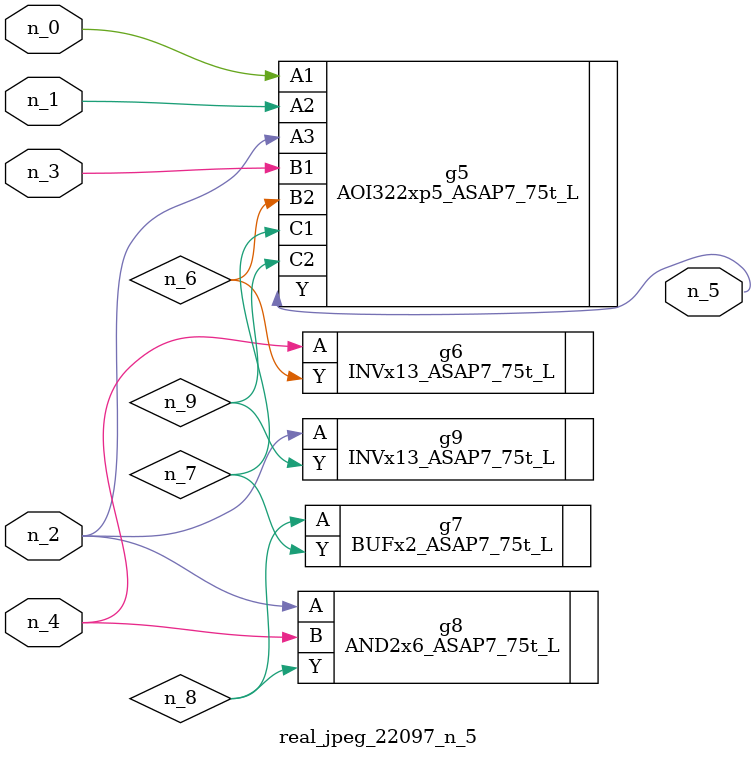
<source format=v>
module real_jpeg_22097_n_5 (n_4, n_0, n_1, n_2, n_3, n_5);

input n_4;
input n_0;
input n_1;
input n_2;
input n_3;

output n_5;

wire n_8;
wire n_6;
wire n_7;
wire n_9;

AOI322xp5_ASAP7_75t_L g5 ( 
.A1(n_0),
.A2(n_1),
.A3(n_2),
.B1(n_3),
.B2(n_6),
.C1(n_7),
.C2(n_9),
.Y(n_5)
);

AND2x6_ASAP7_75t_L g8 ( 
.A(n_2),
.B(n_4),
.Y(n_8)
);

INVx13_ASAP7_75t_L g9 ( 
.A(n_2),
.Y(n_9)
);

INVx13_ASAP7_75t_L g6 ( 
.A(n_4),
.Y(n_6)
);

BUFx2_ASAP7_75t_L g7 ( 
.A(n_8),
.Y(n_7)
);


endmodule
</source>
